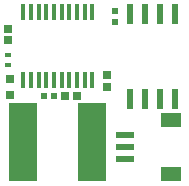
<source format=gbr>
%TF.GenerationSoftware,Altium Limited,Altium Designer,25.8.1 (18)*%
G04 Layer_Color=8421504*
%FSLAX45Y45*%
%MOMM*%
%TF.SameCoordinates,F397BE87-363C-4AE2-8B00-A23A2701063B*%
%TF.FilePolarity,Positive*%
%TF.FileFunction,Paste,Top*%
%TF.Part,Single*%
G01*
G75*
%TA.AperFunction,SMDPad,CuDef*%
%ADD10R,0.65000X0.65000*%
%ADD11R,0.65000X0.65000*%
%ADD12R,0.40000X1.35000*%
G04:AMPARAMS|DCode=13|XSize=0.55mm|YSize=0.5mm|CornerRadius=0.0625mm|HoleSize=0mm|Usage=FLASHONLY|Rotation=90.000|XOffset=0mm|YOffset=0mm|HoleType=Round|Shape=RoundedRectangle|*
%AMROUNDEDRECTD13*
21,1,0.55000,0.37500,0,0,90.0*
21,1,0.42500,0.50000,0,0,90.0*
1,1,0.12500,0.18750,0.21250*
1,1,0.12500,0.18750,-0.21250*
1,1,0.12500,-0.18750,-0.21250*
1,1,0.12500,-0.18750,0.21250*
%
%ADD13ROUNDEDRECTD13*%
G04:AMPARAMS|DCode=14|XSize=0.76mm|YSize=0.6604mm|CornerRadius=0.08255mm|HoleSize=0mm|Usage=FLASHONLY|Rotation=180.000|XOffset=0mm|YOffset=0mm|HoleType=Round|Shape=RoundedRectangle|*
%AMROUNDEDRECTD14*
21,1,0.76000,0.49530,0,0,180.0*
21,1,0.59490,0.66040,0,0,180.0*
1,1,0.16510,-0.29745,0.24765*
1,1,0.16510,0.29745,0.24765*
1,1,0.16510,0.29745,-0.24765*
1,1,0.16510,-0.29745,-0.24765*
%
%ADD14ROUNDEDRECTD14*%
%ADD15R,1.55000X0.60000*%
G04:AMPARAMS|DCode=16|XSize=1.61mm|YSize=0.58mm|CornerRadius=0.0725mm|HoleSize=0mm|Usage=FLASHONLY|Rotation=90.000|XOffset=0mm|YOffset=0mm|HoleType=Round|Shape=RoundedRectangle|*
%AMROUNDEDRECTD16*
21,1,1.61000,0.43500,0,0,90.0*
21,1,1.46500,0.58000,0,0,90.0*
1,1,0.14500,0.21750,0.73250*
1,1,0.14500,0.21750,-0.73250*
1,1,0.14500,-0.21750,-0.73250*
1,1,0.14500,-0.21750,0.73250*
%
%ADD16ROUNDEDRECTD16*%
G04:AMPARAMS|DCode=17|XSize=0.55mm|YSize=0.5mm|CornerRadius=0.0625mm|HoleSize=0mm|Usage=FLASHONLY|Rotation=0.000|XOffset=0mm|YOffset=0mm|HoleType=Round|Shape=RoundedRectangle|*
%AMROUNDEDRECTD17*
21,1,0.55000,0.37500,0,0,0.0*
21,1,0.42500,0.50000,0,0,0.0*
1,1,0.12500,0.21250,-0.18750*
1,1,0.12500,-0.21250,-0.18750*
1,1,0.12500,-0.21250,0.18750*
1,1,0.12500,0.21250,0.18750*
%
%ADD17ROUNDEDRECTD17*%
%TA.AperFunction,ConnectorPad*%
%ADD18R,2.40000X6.63000*%
%TA.AperFunction,SMDPad,CuDef*%
%ADD19R,0.60000X0.40000*%
%ADD20R,1.80000X1.20000*%
D10*
X2731300Y2908300D02*
D03*
X2831300D02*
D03*
D11*
X3086100Y3085300D02*
D03*
Y2985300D02*
D03*
X2247900Y3479000D02*
D03*
Y3379000D02*
D03*
D12*
X2374500Y3614900D02*
D03*
X2439500D02*
D03*
X2504500D02*
D03*
X2569500D02*
D03*
X2634500D02*
D03*
X2699500D02*
D03*
X2764500D02*
D03*
X2829500D02*
D03*
X2894500D02*
D03*
X2959500D02*
D03*
Y3039900D02*
D03*
X2894500D02*
D03*
X2829500D02*
D03*
X2764500D02*
D03*
X2699500D02*
D03*
X2634500D02*
D03*
X2569500D02*
D03*
X2504500D02*
D03*
X2439500D02*
D03*
X2374500D02*
D03*
D13*
X2635800Y2908300D02*
D03*
X2545800D02*
D03*
D14*
X2260600Y3054500D02*
D03*
Y2914500D02*
D03*
D15*
X3234800Y2576500D02*
D03*
Y2376500D02*
D03*
Y2476500D02*
D03*
D16*
X3657600Y2878000D02*
D03*
X3276600D02*
D03*
X3657600Y3599000D02*
D03*
X3276600D02*
D03*
X3530600D02*
D03*
X3403600Y2878000D02*
D03*
Y3599000D02*
D03*
X3530600Y2878000D02*
D03*
D17*
X3149600Y3536400D02*
D03*
Y3626400D02*
D03*
D18*
X2374500Y2514600D02*
D03*
X2959500D02*
D03*
D19*
X2247900Y3168100D02*
D03*
Y3258100D02*
D03*
D20*
X3622300Y2246500D02*
D03*
Y2706500D02*
D03*
%TF.MD5,04fcb23b136f4783a6dcf34f15d3a05e*%
M02*

</source>
